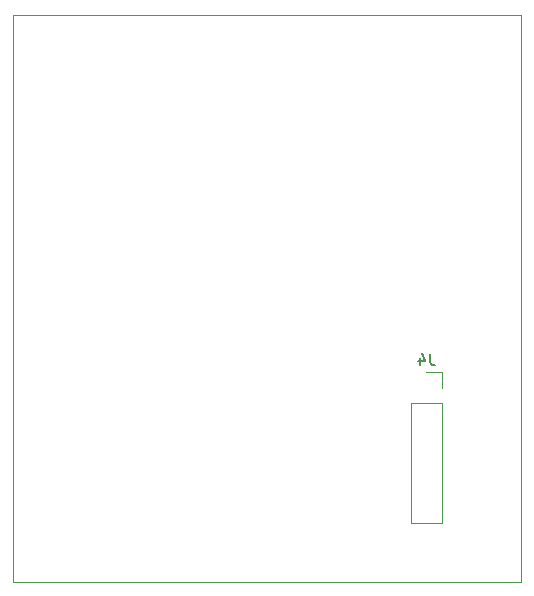
<source format=gbr>
%TF.GenerationSoftware,KiCad,Pcbnew,8.0.5*%
%TF.CreationDate,2025-02-09T09:24:22+08:00*%
%TF.ProjectId,arduino_solar_bikelight_1,61726475-696e-46f5-9f73-6f6c61725f62,rev?*%
%TF.SameCoordinates,Original*%
%TF.FileFunction,Legend,Bot*%
%TF.FilePolarity,Positive*%
%FSLAX46Y46*%
G04 Gerber Fmt 4.6, Leading zero omitted, Abs format (unit mm)*
G04 Created by KiCad (PCBNEW 8.0.5) date 2025-02-09 09:24:22*
%MOMM*%
%LPD*%
G01*
G04 APERTURE LIST*
%ADD10C,0.150000*%
%ADD11C,0.120000*%
%TA.AperFunction,Profile*%
%ADD12C,0.050000*%
%TD*%
G04 APERTURE END LIST*
D10*
X176778333Y-87099819D02*
X176778333Y-87814104D01*
X176778333Y-87814104D02*
X176825952Y-87956961D01*
X176825952Y-87956961D02*
X176921190Y-88052200D01*
X176921190Y-88052200D02*
X177064047Y-88099819D01*
X177064047Y-88099819D02*
X177159285Y-88099819D01*
X175873571Y-87433152D02*
X175873571Y-88099819D01*
X176111666Y-87052200D02*
X176349761Y-87766485D01*
X176349761Y-87766485D02*
X175730714Y-87766485D01*
D11*
%TO.C,J4*%
X175115000Y-91245000D02*
X177775000Y-91245000D01*
X175115000Y-101465000D02*
X175115000Y-91245000D01*
X175115000Y-101465000D02*
X177775000Y-101465000D01*
X176445000Y-88645000D02*
X177775000Y-88645000D01*
X177775000Y-88645000D02*
X177775000Y-89975000D01*
X177775000Y-101465000D02*
X177775000Y-91245000D01*
%TD*%
D12*
X141445000Y-58395000D02*
X184445000Y-58395000D01*
X184445000Y-106395000D01*
X141445000Y-106395000D01*
X141445000Y-58395000D01*
M02*

</source>
